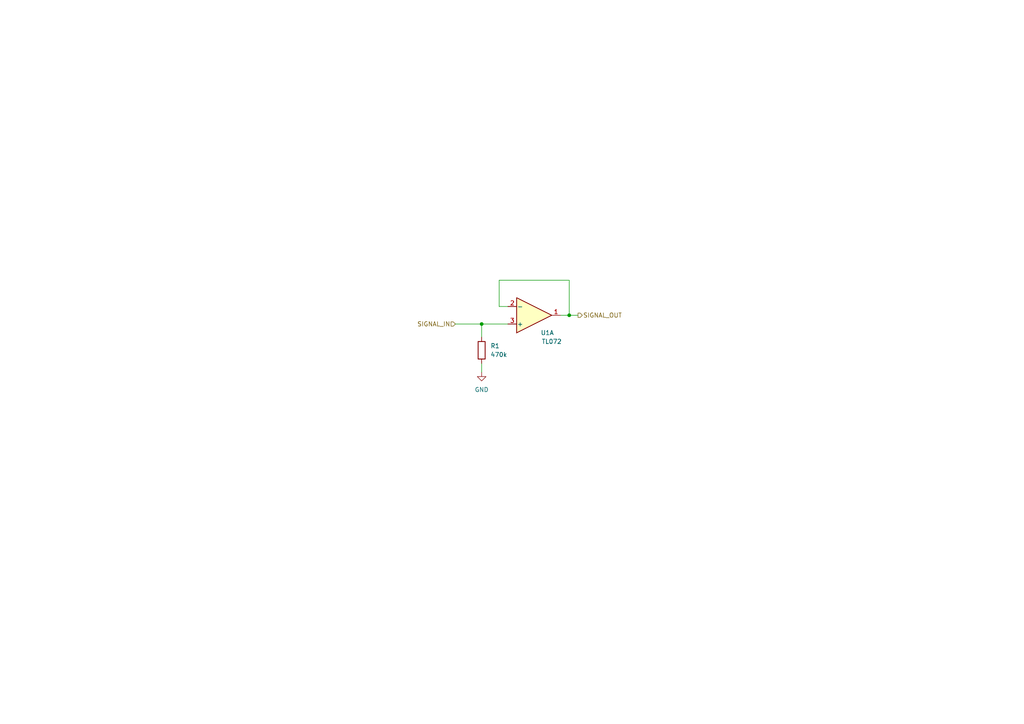
<source format=kicad_sch>
(kicad_sch (version 20211123) (generator eeschema)
  (paper "A4")
  (title_block (title "M.S.M. Stereo Lowpass Filter Pedal") (date "2023-04-15") (rev "0.1") (comment 2 "creativecommons.org/licenses/by/4.0") (comment 3 "License: CC by 4.0") (comment 4 "Author: Jordan Aceto"))
  (lib_symbols
    (symbol "Amplifier_Operational:TL072" (pin_names (offset 0.127))
      (property "Reference" "U" (at 0 5.08 0))
      (property "Value" "TL072" (at 0 -5.08 0))
      (symbol "TL072_1_1"
        (polyline (pts (xy -5.08 5.08) (xy 5.08 0) (xy -5.08 -5.08) (xy -5.08 5.08)) (stroke (width 0.254)) (fill (type background)))
        (pin output line (at 7.62 0 180) (length 2.54) (name "~") (number "1"))
        (pin input line (at -7.62 -2.54 0) (length 2.54) (name "-") (number "2"))
        (pin input line (at -7.62 2.54 0) (length 2.54) (name "+") (number "3"))
      )
      (symbol "TL072_2_1"
        (polyline (pts (xy -5.08 5.08) (xy 5.08 0) (xy -5.08 -5.08) (xy -5.08 5.08)) (stroke (width 0.254)) (fill (type background)))
        (pin input line (at -7.62 2.54 0) (length 2.54) (name "+") (number "5"))
        (pin input line (at -7.62 -2.54 0) (length 2.54) (name "-") (number "6"))
        (pin output line (at 7.62 0 180) (length 2.54) (name "~") (number "7"))
      )
      (symbol "TL072_3_1"
        (pin power_in line (at -2.54 -7.62 90) (length 3.81) (name "V-") (number "4"))
        (pin power_in line (at -2.54 7.62 270) (length 3.81) (name "V+") (number "8"))
      )
    )
    (symbol "Device:R" (pin_numbers hide) (pin_names (offset 0))
      (property "Reference" "R" (at 2.032 0 90))
      (property "Value" "R" (at 0 0 90))
      (symbol "R_0_1"
        (rectangle (start -1.016 -2.54) (end 1.016 2.54) (stroke (width 0.254)))
      )
      (symbol "R_1_1"
        (pin passive line (at 0 3.81 270) (length 1.27) (name "~") (number "1"))
        (pin passive line (at 0 -3.81 90) (length 1.27) (name "~") (number "2"))
      )
    )
    (symbol "power:GND" (power) (pin_names (offset 0))
      (property "Value" "GND" (at 0 -3.81 0))
      (symbol "GND_0_1"
        (polyline (pts (xy 0 0) (xy 0 -1.27) (xy 1.27 -1.27) (xy 0 -2.54) (xy -1.27 -1.27) (xy 0 -1.27)))
      )
      (symbol "GND_1_1"
        (pin power_in line (at 0 0 270) (length 0) hide (name "GND") (number "1"))
      )
    )
  )
  (junction (at 139.7 93.98))
  (junction (at 165.1 91.44))
  (wire (pts (xy 144.78 81.28) (xy 144.78 88.9)))
  (wire (pts (xy 139.7 93.98) (xy 147.32 93.98)))
  (wire (pts (xy 139.7 93.98) (xy 139.7 97.79)))
  (wire (pts (xy 132.08 93.98) (xy 139.7 93.98)))
  (wire (pts (xy 139.7 105.41) (xy 139.7 107.95)))
  (wire (pts (xy 165.1 91.44) (xy 167.64 91.44)))
  (wire (pts (xy 165.1 81.28) (xy 144.78 81.28)))
  (wire (pts (xy 165.1 91.44) (xy 165.1 81.28)))
  (wire (pts (xy 144.78 88.9) (xy 147.32 88.9)))
  (wire (pts (xy 162.56 91.44) (xy 165.1 91.44)))
  (hierarchical_label "SIGNAL_OUT" (shape output) (at 167.64 91.44 0))
  (hierarchical_label "SIGNAL_IN" (shape input) (at 132.08 93.98 180))
  (symbol (lib_id "power:GND") (at 139.7 107.95 0) (unit 1)
    (property "Reference" "#PWR0122" (effects hide))
    (property "Value" "GND" (at 139.7 113.03 0))
  )
  (symbol (lib_id "Amplifier_Operational:TL072") (at 154.94 91.44 0) (mirror x) (unit 1)
    (property "Reference" "U1" (at 158.75 96.52 0))
    (property "Value" "TL072" (at 160.02 99.06 0))
    (property "Footprint" "Package_SO:SOIC-8_3.9x4.9mm_P1.27mm" (effects hide))
    (property "Datasheet" "http://www.ti.com/lit/ds/symlink/tl071.pdf" (effects hide))
  )
  (symbol (lib_id "Device:R") (at 139.7 101.6 0) (unit 1)
    (property "Reference" "R1" (at 142.24 100.3299 0) (effects (justify left)))
    (property "Value" "470k" (at 142.24 102.8699 0) (effects (justify left)))
    (property "Footprint" "Resistor_SMD:R_0805_2012Metric" (effects hide))
  )
)
</source>
